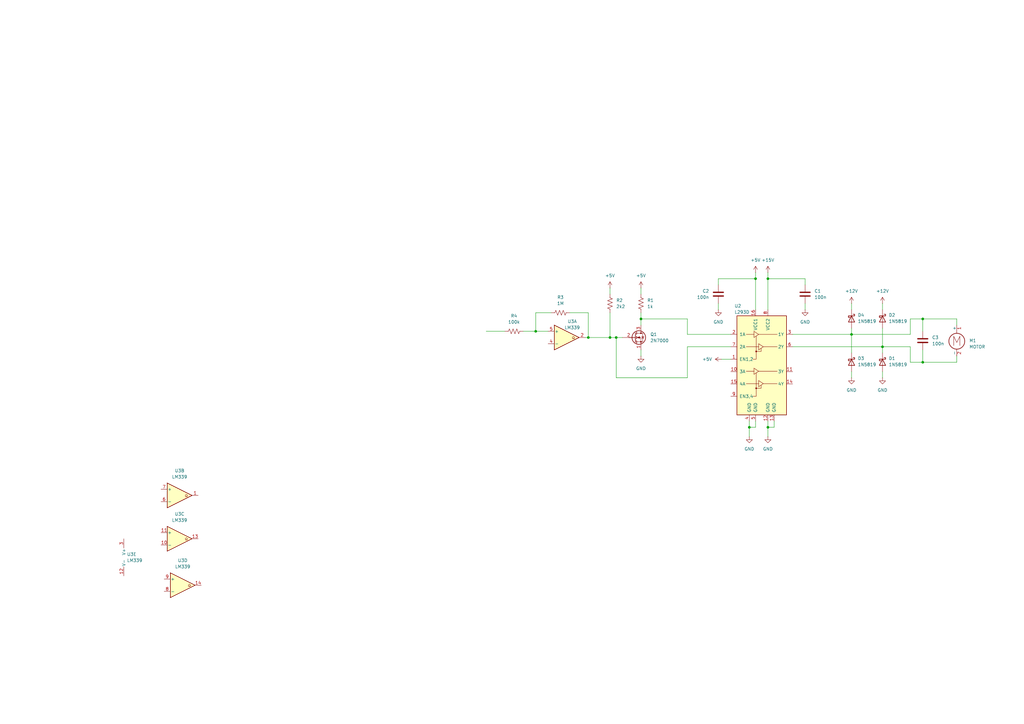
<source format=kicad_sch>
(kicad_sch (version 20231120) (generator "eeschema") (generator_version "8.0")
  (paper "A3")
  (lib_symbols
    (symbol "Comparator:LM339" (pin_names (offset 0.127))
      (property "Reference" "U" (at 0 5.08 0))
      (property "Value" "LM339" (at 0 -5.08 0))
      (symbol "LM339_1_1"
        (polyline (pts (xy -5.08 5.08) (xy 5.08 0) (xy -5.08 -5.08) (xy -5.08 5.08)) (stroke (width 0.254)) (fill (type background)))
        (polyline (pts (xy 3.302 -0.508) (xy 2.794 -0.508) (xy 3.302 0) (xy 2.794 0.508) (xy 2.286 0) (xy 2.794 -0.508) (xy 2.286 -0.508)) (stroke (width 0.127)))
        (pin open_collector line (at 7.62 0 180) (length 2.54) (name "~") (number "2"))
        (pin input line (at -7.62 -2.54 0) (length 2.54) (name "-") (number "4"))
        (pin input line (at -7.62 2.54 0) (length 2.54) (name "+") (number "5"))
      )
      (symbol "LM339_2_1"
        (polyline (pts (xy -5.08 5.08) (xy 5.08 0) (xy -5.08 -5.08) (xy -5.08 5.08)) (stroke (width 0.254)) (fill (type background)))
        (polyline (pts (xy 3.302 -0.508) (xy 2.794 -0.508) (xy 3.302 0) (xy 2.794 0.508) (xy 2.286 0) (xy 2.794 -0.508) (xy 2.286 -0.508)) (stroke (width 0.127)))
        (pin open_collector line (at 7.62 0 180) (length 2.54) (name "~") (number "1"))
        (pin input line (at -7.62 -2.54 0) (length 2.54) (name "-") (number "6"))
        (pin input line (at -7.62 2.54 0) (length 2.54) (name "+") (number "7"))
      )
      (symbol "LM339_3_1"
        (polyline (pts (xy -5.08 5.08) (xy 5.08 0) (xy -5.08 -5.08) (xy -5.08 5.08)) (stroke (width 0.254)) (fill (type background)))
        (polyline (pts (xy 3.302 -0.508) (xy 2.794 -0.508) (xy 3.302 0) (xy 2.794 0.508) (xy 2.286 0) (xy 2.794 -0.508) (xy 2.286 -0.508)) (stroke (width 0.127)))
        (pin input line (at -7.62 -2.54 0) (length 2.54) (name "-") (number "10"))
        (pin input line (at -7.62 2.54 0) (length 2.54) (name "+") (number "11"))
        (pin open_collector line (at 7.62 0 180) (length 2.54) (name "~") (number "13"))
      )
      (symbol "LM339_4_1"
        (polyline (pts (xy -5.08 5.08) (xy 5.08 0) (xy -5.08 -5.08) (xy -5.08 5.08)) (stroke (width 0.254)) (fill (type background)))
        (polyline (pts (xy 3.302 -0.508) (xy 2.794 -0.508) (xy 3.302 0) (xy 2.794 0.508) (xy 2.286 0) (xy 2.794 -0.508) (xy 2.286 -0.508)) (stroke (width 0.127)))
        (pin open_collector line (at 7.62 0 180) (length 2.54) (name "~") (number "14"))
        (pin input line (at -7.62 -2.54 0) (length 2.54) (name "-") (number "8"))
        (pin input line (at -7.62 2.54 0) (length 2.54) (name "+") (number "9"))
      )
      (symbol "LM339_5_1"
        (pin power_in line (at -2.54 -7.62 90) (length 3.81) (name "V-") (number "12"))
        (pin power_in line (at -2.54 7.62 270) (length 3.81) (name "V+") (number "3"))
      )
    )
    (symbol "Device:C" (pin_numbers hide) (pin_names (offset 0.254))
      (property "Reference" "C" (at 0.635 2.54 0))
      (property "Value" "C" (at 0.635 -2.54 0))
      (symbol "C_0_1"
        (polyline (pts (xy -2.032 -0.762) (xy 2.032 -0.762)) (stroke (width 0.508)))
        (polyline (pts (xy -2.032 0.762) (xy 2.032 0.762)) (stroke (width 0.508)))
      )
      (symbol "C_1_1"
        (pin passive line (at 0 3.81 270) (length 2.794) (name "~") (number "1"))
        (pin passive line (at 0 -3.81 90) (length 2.794) (name "~") (number "2"))
      )
    )
    (symbol "Device:D_Schottky" (pin_numbers hide) (pin_names (offset 1.016) hide)
      (property "Reference" "D" (at 0 2.54 0))
      (property "Value" "D_Schottky" (at 0 -2.54 0))
      (symbol "D_Schottky_0_1"
        (polyline (pts (xy 1.27 0) (xy -1.27 0)))
        (polyline (pts (xy 1.27 1.27) (xy 1.27 -1.27) (xy -1.27 0) (xy 1.27 1.27)) (stroke (width 0.254)))
        (polyline (pts (xy -1.905 0.635) (xy -1.905 1.27) (xy -1.27 1.27) (xy -1.27 -1.27) (xy -0.635 -1.27) (xy -0.635 -0.635)) (stroke (width 0.254)))
      )
      (symbol "D_Schottky_1_1"
        (pin passive line (at -3.81 0 0) (length 2.54) (name "K") (number "1"))
        (pin passive line (at 3.81 0 180) (length 2.54) (name "A") (number "2"))
      )
    )
    (symbol "Device:Q_NMOS_SGD" (pin_names (offset 0) hide)
      (property "Reference" "Q" (at 5.08 1.27 0))
      (property "Value" "Q_NMOS_SGD" (at 5.08 -1.27 0))
      (symbol "Q_NMOS_SGD_0_1"
        (polyline (pts (xy 0.254 0) (xy -2.54 0)))
        (polyline (pts (xy 0.254 1.905) (xy 0.254 -1.905)) (stroke (width 0.254)))
        (polyline (pts (xy 0.762 -1.27) (xy 0.762 -2.286)) (stroke (width 0.254)))
        (polyline (pts (xy 0.762 0.508) (xy 0.762 -0.508)) (stroke (width 0.254)))
        (polyline (pts (xy 0.762 2.286) (xy 0.762 1.27)) (stroke (width 0.254)))
        (polyline (pts (xy 2.54 2.54) (xy 2.54 1.778)))
        (polyline (pts (xy 2.54 -2.54) (xy 2.54 0) (xy 0.762 0)))
        (polyline (pts (xy 0.762 -1.778) (xy 3.302 -1.778) (xy 3.302 1.778) (xy 0.762 1.778)))
        (polyline (pts (xy 1.016 0) (xy 2.032 0.381) (xy 2.032 -0.381) (xy 1.016 0)) (fill (type outline)))
        (polyline (pts (xy 2.794 0.508) (xy 2.921 0.381) (xy 3.683 0.381) (xy 3.81 0.254)))
        (polyline (pts (xy 3.302 0.381) (xy 2.921 -0.254) (xy 3.683 -0.254) (xy 3.302 0.381)))
        (circle (center 1.651 0) (radius 2.794) (stroke (width 0.254)))
        (circle (center 2.54 -1.778) (radius 0.254) (fill (type outline)))
        (circle (center 2.54 1.778) (radius 0.254) (fill (type outline)))
      )
      (symbol "Q_NMOS_SGD_1_1"
        (pin passive line (at 2.54 -5.08 90) (length 2.54) (name "S") (number "1"))
        (pin input line (at -5.08 0 0) (length 5.08) (name "G") (number "2"))
        (pin passive line (at 2.54 5.08 270) (length 2.54) (name "D") (number "3"))
      )
    )
    (symbol "Device:R_US" (pin_numbers hide) (pin_names (offset 0))
      (property "Reference" "R" (at 2.54 0 90))
      (property "Value" "R_US" (at -2.54 0 90))
      (symbol "R_US_0_1"
        (polyline (pts (xy 0 -2.286) (xy 0 -2.54)))
        (polyline (pts (xy 0 2.286) (xy 0 2.54)))
        (polyline (pts (xy 0 -0.762) (xy 1.016 -1.143) (xy 0 -1.524) (xy -1.016 -1.905) (xy 0 -2.286)))
        (polyline (pts (xy 0 0.762) (xy 1.016 0.381) (xy 0 0) (xy -1.016 -0.381) (xy 0 -0.762)))
        (polyline (pts (xy 0 2.286) (xy 1.016 1.905) (xy 0 1.524) (xy -1.016 1.143) (xy 0 0.762)))
      )
      (symbol "R_US_1_1"
        (pin passive line (at 0 3.81 270) (length 1.27) (name "~") (number "1"))
        (pin passive line (at 0 -3.81 90) (length 1.27) (name "~") (number "2"))
      )
    )
    (symbol "Driver_Motor:L293D" (pin_names (offset 1.016))
      (property "Reference" "U" (at -5.08 26.035 0))
      (property "Value" "L293D" (at -5.08 24.13 0))
      (symbol "L293D_0_1"
        (rectangle (start -10.16 22.86) (end 10.16 -17.78) (stroke (width 0.254)) (fill (type background)))
        (circle (center -2.286 -6.858) (radius 0.254) (fill (type outline)))
        (circle (center -2.286 8.255) (radius 0.254) (fill (type outline)))
        (polyline (pts (xy -6.35 -4.953) (xy -1.27 -4.953)))
        (polyline (pts (xy -6.35 0.127) (xy -3.175 0.127)))
        (polyline (pts (xy -6.35 10.16) (xy -1.27 10.16)))
        (polyline (pts (xy -6.35 15.24) (xy -3.175 15.24)))
        (polyline (pts (xy -1.27 0.127) (xy 6.35 0.127)))
        (polyline (pts (xy -1.27 15.24) (xy 6.35 15.24)))
        (polyline (pts (xy 0.635 -4.953) (xy 6.35 -4.953)))
        (polyline (pts (xy 0.635 10.16) (xy 6.35 10.16)))
        (polyline (pts (xy -2.286 -6.858) (xy -0.254 -6.858) (xy -0.254 -5.588)))
        (polyline (pts (xy -2.286 -0.635) (xy -2.286 -10.16) (xy -3.556 -10.16)))
        (polyline (pts (xy -2.286 8.255) (xy -0.254 8.255) (xy -0.254 9.525)))
        (polyline (pts (xy -2.286 14.478) (xy -2.286 5.08) (xy -3.556 5.08)))
        (polyline (pts (xy -3.175 1.397) (xy -3.175 -1.143) (xy -1.27 0.127) (xy -3.175 1.397)))
        (polyline (pts (xy -3.175 16.51) (xy -3.175 13.97) (xy -1.27 15.24) (xy -3.175 16.51)))
        (polyline (pts (xy -1.27 -3.683) (xy -1.27 -6.223) (xy 0.635 -4.953) (xy -1.27 -3.683)))
        (polyline (pts (xy -1.27 11.43) (xy -1.27 8.89) (xy 0.635 10.16) (xy -1.27 11.43)))
      )
      (symbol "L293D_1_1"
        (pin input line (at -12.7 5.08 0) (length 2.54) (name "EN1,2") (number "1"))
        (pin input line (at -12.7 0 0) (length 2.54) (name "3A") (number "10"))
        (pin output line (at 12.7 0 180) (length 2.54) (name "3Y") (number "11"))
        (pin power_in line (at 2.54 -20.32 90) (length 2.54) (name "GND") (number "12"))
        (pin power_in line (at 5.08 -20.32 90) (length 2.54) (name "GND") (number "13"))
        (pin output line (at 12.7 -5.08 180) (length 2.54) (name "4Y") (number "14"))
        (pin input line (at -12.7 -5.08 0) (length 2.54) (name "4A") (number "15"))
        (pin power_in line (at -2.54 25.4 270) (length 2.54) (name "VCC1") (number "16"))
        (pin input line (at -12.7 15.24 0) (length 2.54) (name "1A") (number "2"))
        (pin output line (at 12.7 15.24 180) (length 2.54) (name "1Y") (number "3"))
        (pin power_in line (at -5.08 -20.32 90) (length 2.54) (name "GND") (number "4"))
        (pin power_in line (at -2.54 -20.32 90) (length 2.54) (name "GND") (number "5"))
        (pin output line (at 12.7 10.16 180) (length 2.54) (name "2Y") (number "6"))
        (pin input line (at -12.7 10.16 0) (length 2.54) (name "2A") (number "7"))
        (pin power_in line (at 2.54 25.4 270) (length 2.54) (name "VCC2") (number "8"))
        (pin input line (at -12.7 -10.16 0) (length 2.54) (name "EN3,4") (number "9"))
      )
    )
    (symbol "Motor:Motor_DC" (pin_names (offset 0))
      (property "Reference" "M" (at 2.54 2.54 0))
      (property "Value" "Motor_DC" (at 2.54 -5.08 0))
      (symbol "Motor_DC_0_0"
        (polyline (pts (xy -1.27 -3.302) (xy -1.27 0.508) (xy 0 -2.032) (xy 1.27 0.508) (xy 1.27 -3.302)))
      )
      (symbol "Motor_DC_0_1"
        (circle (center 0 -1.524) (radius 3.2512) (stroke (width 0.254)))
        (polyline (pts (xy 0 -7.62) (xy 0 -7.112)))
        (polyline (pts (xy 0 -4.7752) (xy 0 -5.1816)))
        (polyline (pts (xy 0 1.7272) (xy 0 2.0828)))
        (polyline (pts (xy 0 2.032) (xy 0 2.54)))
      )
      (symbol "Motor_DC_1_1"
        (pin passive line (at 0 5.08 270) (length 2.54) (name "+") (number "1"))
        (pin passive line (at 0 -7.62 90) (length 2.54) (name "-") (number "2"))
      )
    )
    (symbol "power:+12V" (power) (pin_numbers hide) (pin_names (offset 0) hide)
      (property "Value" "+12V" (at 0 3.556 0))
      (symbol "+12V_0_1"
        (polyline (pts (xy -0.762 1.27) (xy 0 2.54)))
        (polyline (pts (xy 0 0) (xy 0 2.54)))
        (polyline (pts (xy 0 2.54) (xy 0.762 1.27)))
      )
      (symbol "+12V_1_1"
        (pin power_in line (at 0 0 90) (length 0) (name "~") (number "1"))
      )
    )
    (symbol "power:+15V" (power) (pin_numbers hide) (pin_names (offset 0) hide)
      (property "Value" "+15V" (at 0 3.556 0))
      (symbol "+15V_0_1"
        (polyline (pts (xy -0.762 1.27) (xy 0 2.54)))
        (polyline (pts (xy 0 0) (xy 0 2.54)))
        (polyline (pts (xy 0 2.54) (xy 0.762 1.27)))
      )
      (symbol "+15V_1_1"
        (pin power_in line (at 0 0 90) (length 0) (name "~") (number "1"))
      )
    )
    (symbol "power:+5V" (power) (pin_numbers hide) (pin_names (offset 0) hide)
      (property "Value" "+5V" (at 0 3.556 0))
      (symbol "+5V_0_1"
        (polyline (pts (xy -0.762 1.27) (xy 0 2.54)))
        (polyline (pts (xy 0 0) (xy 0 2.54)))
        (polyline (pts (xy 0 2.54) (xy 0.762 1.27)))
      )
      (symbol "+5V_1_1"
        (pin power_in line (at 0 0 90) (length 0) (name "~") (number "1"))
      )
    )
    (symbol "power:GND" (power) (pin_numbers hide) (pin_names (offset 0) hide)
      (property "Value" "GND" (at 0 -3.81 0))
      (symbol "GND_0_1"
        (polyline (pts (xy 0 0) (xy 0 -1.27) (xy 1.27 -1.27) (xy 0 -2.54) (xy -1.27 -1.27) (xy 0 -1.27)))
      )
      (symbol "GND_1_1"
        (pin power_in line (at 0 0 270) (length 0) (name "~") (number "1"))
      )
    )
  )
  (junction (at 252.73 138.43))
  (junction (at 361.95 142.24))
  (junction (at 307.34 175.26))
  (junction (at 262.89 130.81))
  (junction (at 349.25 137.16))
  (junction (at 250.19 138.43))
  (junction (at 309.88 114.3))
  (junction (at 219.71 135.89))
  (junction (at 314.96 175.26))
  (junction (at 378.46 130.81))
  (junction (at 241.3 138.43))
  (junction (at 314.96 114.3))
  (junction (at 378.46 148.59))
  (wire (pts (xy 373.38 130.81) (xy 378.46 130.81)))
  (wire (pts (xy 309.88 111.76) (xy 309.88 114.3)))
  (wire (pts (xy 361.95 152.4) (xy 361.95 154.94)))
  (wire (pts (xy 309.88 114.3) (xy 309.88 127)))
  (wire (pts (xy 224.79 135.89) (xy 219.71 135.89)))
  (wire (pts (xy 294.64 124.46) (xy 294.64 127)))
  (wire (pts (xy 250.19 128.27) (xy 250.19 138.43)))
  (wire (pts (xy 241.3 128.27) (xy 241.3 138.43)))
  (wire (pts (xy 262.89 120.65) (xy 262.89 118.11)))
  (wire (pts (xy 281.94 130.81) (xy 281.94 137.16)))
  (wire (pts (xy 349.25 144.78) (xy 349.25 137.16)))
  (wire (pts (xy 281.94 154.94) (xy 281.94 142.24)))
  (wire (pts (xy 325.12 142.24) (xy 361.95 142.24)))
  (wire (pts (xy 325.12 137.16) (xy 349.25 137.16)))
  (wire (pts (xy 309.88 172.72) (xy 309.88 175.26)))
  (wire (pts (xy 307.34 179.07) (xy 307.34 175.26)))
  (wire (pts (xy 241.3 138.43) (xy 250.19 138.43)))
  (wire (pts (xy 330.2 116.84) (xy 330.2 114.3)))
  (wire (pts (xy 330.2 124.46) (xy 330.2 127)))
  (wire (pts (xy 314.96 175.26) (xy 317.5 175.26)))
  (wire (pts (xy 392.43 148.59) (xy 378.46 148.59)))
  (wire (pts (xy 295.91 147.32) (xy 299.72 147.32)))
  (wire (pts (xy 214.63 135.89) (xy 219.71 135.89)))
  (wire (pts (xy 349.25 124.46) (xy 349.25 127)))
  (wire (pts (xy 373.38 148.59) (xy 373.38 142.24)))
  (wire (pts (xy 317.5 175.26) (xy 317.5 172.72)))
  (wire (pts (xy 255.27 138.43) (xy 252.73 138.43)))
  (wire (pts (xy 361.95 134.62) (xy 361.95 142.24)))
  (wire (pts (xy 373.38 137.16) (xy 373.38 130.81)))
  (wire (pts (xy 250.19 138.43) (xy 252.73 138.43)))
  (wire (pts (xy 281.94 142.24) (xy 299.72 142.24)))
  (wire (pts (xy 349.25 137.16) (xy 373.38 137.16)))
  (wire (pts (xy 314.96 172.72) (xy 314.96 175.26)))
  (wire (pts (xy 373.38 142.24) (xy 361.95 142.24)))
  (wire (pts (xy 309.88 175.26) (xy 307.34 175.26)))
  (wire (pts (xy 294.64 114.3) (xy 309.88 114.3)))
  (wire (pts (xy 262.89 128.27) (xy 262.89 130.81)))
  (wire (pts (xy 349.25 134.62) (xy 349.25 137.16)))
  (wire (pts (xy 378.46 135.89) (xy 378.46 130.81)))
  (wire (pts (xy 392.43 130.81) (xy 392.43 133.35)))
  (wire (pts (xy 378.46 143.51) (xy 378.46 148.59)))
  (wire (pts (xy 378.46 130.81) (xy 392.43 130.81)))
  (wire (pts (xy 361.95 124.46) (xy 361.95 127)))
  (wire (pts (xy 262.89 130.81) (xy 262.89 133.35)))
  (wire (pts (xy 392.43 146.05) (xy 392.43 148.59)))
  (wire (pts (xy 361.95 144.78) (xy 361.95 142.24)))
  (wire (pts (xy 349.25 152.4) (xy 349.25 154.94)))
  (wire (pts (xy 378.46 148.59) (xy 373.38 148.59)))
  (wire (pts (xy 240.03 138.43) (xy 241.3 138.43)))
  (wire (pts (xy 314.96 111.76) (xy 314.96 114.3)))
  (wire (pts (xy 233.68 128.27) (xy 241.3 128.27)))
  (wire (pts (xy 250.19 120.65) (xy 250.19 118.11)))
  (wire (pts (xy 219.71 128.27) (xy 226.06 128.27)))
  (wire (pts (xy 281.94 130.81) (xy 262.89 130.81)))
  (wire (pts (xy 314.96 114.3) (xy 314.96 127)))
  (wire (pts (xy 299.72 137.16) (xy 281.94 137.16)))
  (wire (pts (xy 252.73 138.43) (xy 252.73 154.94)))
  (wire (pts (xy 262.89 146.05) (xy 262.89 143.51)))
  (wire (pts (xy 294.64 116.84) (xy 294.64 114.3)))
  (wire (pts (xy 314.96 179.07) (xy 314.96 175.26)))
  (wire (pts (xy 330.2 114.3) (xy 314.96 114.3)))
  (wire (pts (xy 252.73 154.94) (xy 281.94 154.94)))
  (wire (pts (xy 219.71 135.89) (xy 219.71 128.27)))
  (wire (pts (xy 199.39 135.89) (xy 207.01 135.89)))
  (wire (pts (xy 307.34 175.26) (xy 307.34 172.72)))
  (symbol (lib_id "power:GND") (at 361.95 154.94 0) (unit 1)
    (property "Reference" "#PWR05" (effects (hide yes)))
    (property "Value" "GND" (at 361.95 160.02 0))
    (property "Description" "Power symbol creates a global label with name \"GND\" , ground" (effects (hide yes)))
  )
  (symbol (lib_id "Device:R_US") (at 210.82 135.89 90) (unit 1)
    (property "Reference" "R4" (at 210.82 129.54 90))
    (property "Value" "100k" (at 210.82 132.08 90))
    (property "Description" "Resistor, US symbol" (effects (hide yes)))
  )
  (symbol (lib_id "power:GND") (at 294.64 127 0) (mirror y) (unit 1)
    (property "Reference" "#PWR010" (effects (hide yes)))
    (property "Value" "GND" (at 294.64 132.08 0))
    (property "Description" "Power symbol creates a global label with name \"GND\" , ground" (effects (hide yes)))
  )
  (symbol (lib_id "power:+5V") (at 262.89 118.11 0) (unit 1)
    (property "Reference" "#PWR012" (effects (hide yes)))
    (property "Value" "+5V" (at 262.89 113.03 0))
    (property "Description" "Power symbol creates a global label with name \"+5V\"" (effects (hide yes)))
  )
  (symbol (lib_id "Device:D_Schottky") (at 349.25 148.59 270) (unit 1)
    (property "Reference" "D3" (at 351.79 147.0024 90) (effects (justify left)))
    (property "Value" "1N5819" (at 351.79 149.5424 90) (effects (justify left)))
    (property "Description" "Schottky diode" (effects (hide yes)))
  )
  (symbol (lib_id "power:GND") (at 262.89 146.05 0) (unit 1)
    (property "Reference" "#PWR011" (effects (hide yes)))
    (property "Value" "GND" (at 262.89 151.13 0))
    (property "Description" "Power symbol creates a global label with name \"GND\" , ground" (effects (hide yes)))
  )
  (symbol (lib_id "power:GND") (at 349.25 154.94 0) (unit 1)
    (property "Reference" "#PWR06" (effects (hide yes)))
    (property "Value" "GND" (at 349.25 160.02 0))
    (property "Description" "Power symbol creates a global label with name \"GND\" , ground" (effects (hide yes)))
  )
  (symbol (lib_id "Driver_Motor:L293D") (at 312.42 152.4 0) (unit 1)
    (property "Reference" "U2" (at 301.244 125.476 0) (effects (justify left)))
    (property "Value" "L293D" (at 301.244 128.016 0) (effects (justify left)))
    (property "Footprint" "Package_DIP:DIP-16_W7.62mm" (effects (hide yes)))
    (property "Datasheet" "http://www.ti.com/lit/ds/symlink/l293.pdf" (effects (hide yes)))
    (property "Description" "Quadruple Half-H Drivers" (effects (hide yes)))
  )
  (symbol (lib_id "Comparator:LM339") (at 73.66 203.2 0) (unit 2)
    (property "Reference" "U3" (at 73.66 193.04 0))
    (property "Value" "LM339" (at 73.66 195.58 0))
    (property "Datasheet" "https://www.st.com/resource/en/datasheet/lm139.pdf" (effects (hide yes)))
    (property "Description" "Quad Differential Comparators, SOIC-14/TSSOP-14" (effects (hide yes)))
  )
  (symbol (lib_id "Device:C") (at 330.2 120.65 0) (unit 1)
    (property "Reference" "C1" (at 334.01 119.3799 0) (effects (justify left)))
    (property "Value" "100n" (at 334.01 121.9199 0) (effects (justify left)))
    (property "Description" "Unpolarized capacitor" (effects (hide yes)))
  )
  (symbol (lib_id "Comparator:LM339") (at 232.41 138.43 0) (unit 1)
    (property "Reference" "U3" (at 234.696 131.826 0))
    (property "Value" "LM339" (at 234.696 134.366 0))
    (property "Datasheet" "https://www.st.com/resource/en/datasheet/lm139.pdf" (effects (hide yes)))
    (property "Description" "Quad Differential Comparators, SOIC-14/TSSOP-14" (effects (hide yes)))
  )
  (symbol (lib_id "Device:C") (at 294.64 120.65 0) (mirror y) (unit 1)
    (property "Reference" "C2" (at 290.83 119.3799 0) (effects (justify left)))
    (property "Value" "100n" (at 290.83 121.9199 0) (effects (justify left)))
    (property "Description" "Unpolarized capacitor" (effects (hide yes)))
  )
  (symbol (lib_id "Device:Q_NMOS_SGD") (at 260.35 138.43 0) (unit 1)
    (property "Reference" "Q1" (at 266.7 137.1599 0) (effects (justify left)))
    (property "Value" "2N7000" (at 266.7 139.6999 0) (effects (justify left)))
    (property "Description" "N-MOSFET transistor, source/gate/drain" (effects (hide yes)))
  )
  (symbol (lib_id "Device:D_Schottky") (at 349.25 130.81 270) (unit 1)
    (property "Reference" "D4" (at 351.79 129.2224 90) (effects (justify left)))
    (property "Value" "1N5819" (at 351.79 131.7624 90) (effects (justify left)))
    (property "Description" "Schottky diode" (effects (hide yes)))
  )
  (symbol (lib_id "Comparator:LM339") (at 73.66 220.98 0) (unit 3)
    (property "Reference" "U3" (at 73.66 210.82 0))
    (property "Value" "LM339" (at 73.66 213.36 0))
    (property "Datasheet" "https://www.st.com/resource/en/datasheet/lm139.pdf" (effects (hide yes)))
    (property "Description" "Quad Differential Comparators, SOIC-14/TSSOP-14" (effects (hide yes)))
  )
  (symbol (lib_id "power:+5V") (at 309.88 111.76 0) (unit 1)
    (property "Reference" "#PWR02" (effects (hide yes)))
    (property "Value" "+5V" (at 309.88 106.68 0))
    (property "Description" "Power symbol creates a global label with name \"+5V\"" (effects (hide yes)))
  )
  (symbol (lib_id "power:GND") (at 330.2 127 0) (unit 1)
    (property "Reference" "#PWR09" (effects (hide yes)))
    (property "Value" "GND" (at 330.2 132.08 0))
    (property "Description" "Power symbol creates a global label with name \"GND\" , ground" (effects (hide yes)))
  )
  (symbol (lib_id "Device:R_US") (at 262.89 124.46 0) (unit 1)
    (property "Reference" "R1" (at 265.43 123.1899 0) (effects (justify left)))
    (property "Value" "1k" (at 265.43 125.7299 0) (effects (justify left)))
    (property "Description" "Resistor, US symbol" (effects (hide yes)))
  )
  (symbol (lib_id "Device:D_Schottky") (at 361.95 148.59 270) (unit 1)
    (property "Reference" "D1" (at 364.49 147.0024 90) (effects (justify left)))
    (property "Value" "1N5819" (at 364.49 149.5424 90) (effects (justify left)))
    (property "Description" "Schottky diode" (effects (hide yes)))
  )
  (symbol (lib_id "power:GND") (at 307.34 179.07 0) (unit 1)
    (property "Reference" "#PWR03" (effects (hide yes)))
    (property "Value" "GND" (at 307.34 184.15 0))
    (property "Description" "Power symbol creates a global label with name \"GND\" , ground" (effects (hide yes)))
  )
  (symbol (lib_id "Motor:Motor_DC") (at 392.43 138.43 0) (unit 1)
    (property "Reference" "M1" (at 397.51 139.6999 0) (effects (justify left)))
    (property "Value" "MOTOR" (at 397.51 142.2399 0) (effects (justify left)))
    (property "Description" "DC Motor" (effects (hide yes)))
  )
  (symbol (lib_id "Device:R_US") (at 229.87 128.27 90) (unit 1)
    (property "Reference" "R3" (at 229.87 121.92 90))
    (property "Value" "1M" (at 229.87 124.46 90))
    (property "Description" "Resistor, US symbol" (effects (hide yes)))
  )
  (symbol (lib_id "power:+12V") (at 361.95 124.46 0) (unit 1)
    (property "Reference" "#PWR07" (effects (hide yes)))
    (property "Value" "+12V" (at 361.95 119.38 0))
    (property "Description" "Power symbol creates a global label with name \"+12V\"" (effects (hide yes)))
  )
  (symbol (lib_id "power:+15V") (at 314.96 111.76 0) (unit 1)
    (property "Reference" "#PWR01" (effects (hide yes)))
    (property "Value" "+15V" (at 314.96 106.68 0))
    (property "Description" "Power symbol creates a global label with name \"+15V\"" (effects (hide yes)))
  )
  (symbol (lib_id "Comparator:LM339") (at 74.93 240.03 0) (unit 4)
    (property "Reference" "U3" (at 74.93 229.87 0))
    (property "Value" "LM339" (at 74.93 232.41 0))
    (property "Datasheet" "https://www.st.com/resource/en/datasheet/lm139.pdf" (effects (hide yes)))
    (property "Description" "Quad Differential Comparators, SOIC-14/TSSOP-14" (effects (hide yes)))
  )
  (symbol (lib_id "power:+5V") (at 295.91 147.32 90) (unit 1)
    (property "Reference" "#PWR013" (effects (hide yes)))
    (property "Value" "+5V" (at 292.1 147.3199 90) (effects (justify left)))
    (property "Description" "Power symbol creates a global label with name \"+5V\"" (effects (hide yes)))
  )
  (symbol (lib_id "power:GND") (at 314.96 179.07 0) (unit 1)
    (property "Reference" "#PWR04" (effects (hide yes)))
    (property "Value" "GND" (at 314.96 184.15 0))
    (property "Description" "Power symbol creates a global label with name \"GND\" , ground" (effects (hide yes)))
  )
  (symbol (lib_id "Device:C") (at 378.46 139.7 0) (unit 1)
    (property "Reference" "C3" (at 382.27 138.4299 0) (effects (justify left)))
    (property "Value" "100n" (at 382.27 140.9699 0) (effects (justify left)))
    (property "Description" "Unpolarized capacitor" (effects (hide yes)))
  )
  (symbol (lib_id "power:+12V") (at 349.25 124.46 0) (unit 1)
    (property "Reference" "#PWR08" (effects (hide yes)))
    (property "Value" "+12V" (at 349.25 119.38 0))
    (property "Description" "Power symbol creates a global label with name \"+12V\"" (effects (hide yes)))
  )
  (symbol (lib_id "Comparator:LM339") (at 53.34 228.6 0) (unit 5)
    (property "Reference" "U3" (at 52.07 227.3299 0) (effects (justify left)))
    (property "Value" "LM339" (at 52.07 229.8699 0) (effects (justify left)))
    (property "Datasheet" "https://www.st.com/resource/en/datasheet/lm139.pdf" (effects (hide yes)))
    (property "Description" "Quad Differential Comparators, SOIC-14/TSSOP-14" (effects (hide yes)))
  )
  (symbol (lib_id "Device:D_Schottky") (at 361.95 130.81 270) (unit 1)
    (property "Reference" "D2" (at 364.49 129.2224 90) (effects (justify left)))
    (property "Value" "1N5819" (at 364.49 131.7624 90) (effects (justify left)))
    (property "Description" "Schottky diode" (effects (hide yes)))
  )
  (symbol (lib_id "Device:R_US") (at 250.19 124.46 0) (unit 1)
    (property "Reference" "R2" (at 252.73 123.1899 0) (effects (justify left)))
    (property "Value" "2k2" (at 252.73 125.7299 0) (effects (justify left)))
    (property "Description" "Resistor, US symbol" (effects (hide yes)))
  )
  (symbol (lib_id "power:+5V") (at 250.19 118.11 0) (unit 1)
    (property "Reference" "#PWR014" (effects (hide yes)))
    (property "Value" "+5V" (at 250.19 113.03 0))
    (property "Description" "Power symbol creates a global label with name \"+5V\"" (effects (hide yes)))
  )
)
</source>
